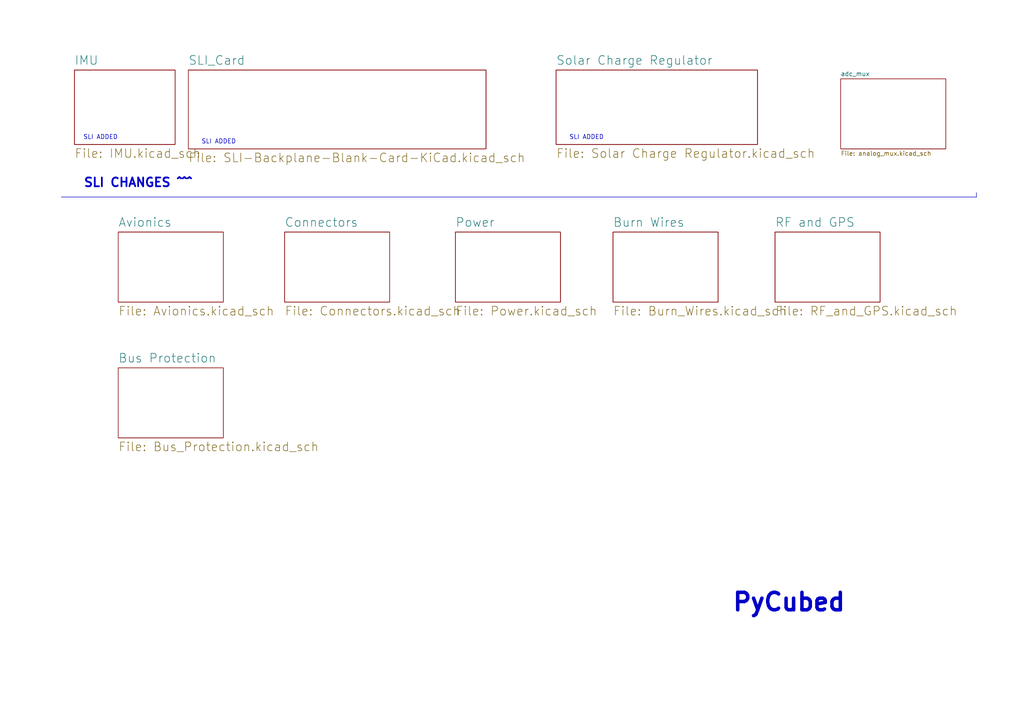
<source format=kicad_sch>
(kicad_sch (version 20230121) (generator eeschema)
  (paper "A4")
  (title_block (title "PyCubed Mainboard") (date "2021-06-09") (rev "v05c") (company "Max Holliday"))
  (lib_symbols)
  (polyline (pts (xy 283.21 57.15) (xy 283.21 55.88)))
  (polyline (pts (xy 17.78 57.15) (xy 283.21 57.15)))
  (text "SLI ADDED" (at 165.1 40.64 0) (effects (font (size 1.27 1.27)) (justify left bottom)))
  (text "SLI ADDED" (at 24.13 40.64 0) (effects (font (size 1.27 1.27)) (justify left bottom)))
  (text "SLI CHANGES ^^^" (at 24.13 54.61 0) (effects (font (size 2.54 2.54) (thickness 0.508) bold) (justify left bottom)))
  (text "SLI ADDED" (at 58.42 41.91 0) (effects (font (size 1.27 1.27)) (justify left bottom)))
  (text "PyCubed" (at 212.09 177.8 0) (effects (font (size 5.08 5.08) (thickness 1.016) bold) (justify left bottom)))
  (sheet (at 34.29 67.31) (size 30.48 20.32)
    (property "Sheetname" "Avionics" (at 34.29 65.9634 0) (effects (font (size 2.54 2.54)) (justify left bottom)))
    (property "Sheetfile" "Avionics.kicad_sch" (at 34.29 88.7226 0) (effects (font (size 2.54 2.54)) (justify left top)))
  )
  (sheet (at 132.08 67.31) (size 30.48 20.32)
    (property "Sheetname" "Power" (at 132.08 65.9634 0) (effects (font (size 2.54 2.54)) (justify left bottom)))
    (property "Sheetfile" "Power.kicad_sch" (at 132.08 88.7226 0) (effects (font (size 2.54 2.54)) (justify left top)))
  )
  (sheet (at 82.55 67.31) (size 30.48 20.32)
    (property "Sheetname" "Connectors" (at 82.55 65.9634 0) (effects (font (size 2.54 2.54)) (justify left bottom)))
    (property "Sheetfile" "Connectors.kicad_sch" (at 82.55 88.7226 0) (effects (font (size 2.54 2.54)) (justify left top)))
  )
  (sheet (at 224.79 67.31) (size 30.48 20.32)
    (property "Sheetname" "RF and GPS" (at 224.79 65.9634 0) (effects (font (size 2.54 2.54)) (justify left bottom)))
    (property "Sheetfile" "RF_and_GPS.kicad_sch" (at 224.79 88.7226 0) (effects (font (size 2.54 2.54)) (justify left top)))
  )
  (sheet (at 177.8 67.31) (size 30.48 20.32)
    (property "Sheetname" "Burn Wires" (at 177.8 65.9634 0) (effects (font (size 2.54 2.54)) (justify left bottom)))
    (property "Sheetfile" "Burn_Wires.kicad_sch" (at 177.8 88.7226 0) (effects (font (size 2.54 2.54)) (justify left top)))
  )
  (sheet (at 34.29 106.68) (size 30.48 20.32)
    (property "Sheetname" "Bus Protection" (at 34.29 105.3334 0) (effects (font (size 2.54 2.54)) (justify left bottom)))
    (property "Sheetfile" "Bus_Protection.kicad_sch" (at 34.29 128.0926 0) (effects (font (size 2.54 2.54)) (justify left top)))
  )
  (sheet (at 54.61 20.32) (size 86.36 22.86)
    (property "Sheetname" "SLI_Card" (at 54.61 18.9734 0) (effects (font (size 2.54 2.54)) (justify left bottom)))
    (property "Sheetfile" "SLI-Backplane-Blank-Card-KiCad.kicad_sch" (at 54.61 44.2726 0) (effects (font (size 2.54 2.54)) (justify left top)))
  )
  (sheet (at 21.59 20.32) (size 29.21 21.59)
    (property "Sheetname" "IMU" (at 21.59 18.9734 0) (effects (font (size 2.54 2.54)) (justify left bottom)))
    (property "Sheetfile" "IMU.kicad_sch" (at 21.59 43.0026 0) (effects (font (size 2.54 2.54)) (justify left top)))
  )
  (sheet (at 161.29 20.32) (size 58.42 21.59)
    (property "Sheetname" "Solar Charge Regulator" (at 161.29 18.9734 0) (effects (font (size 2.54 2.54)) (justify left bottom)))
    (property "Sheetfile" "Solar Charge Regulator.kicad_sch" (at 161.29 43.0026 0) (effects (font (size 2.54 2.54)) (justify left top)))
  )
  (sheet (at 243.84 22.86) (size 30.48 20.32) (stroke (width 0.1524))
    (property "Sheetname" "adc_mux" (at 243.84 22.1484 0) (effects (justify left bottom)))
    (property "Sheetfile" "analog_mux.kicad_sch" (at 243.84 43.7646 0) (effects (justify left top)))
  )
)
</source>
